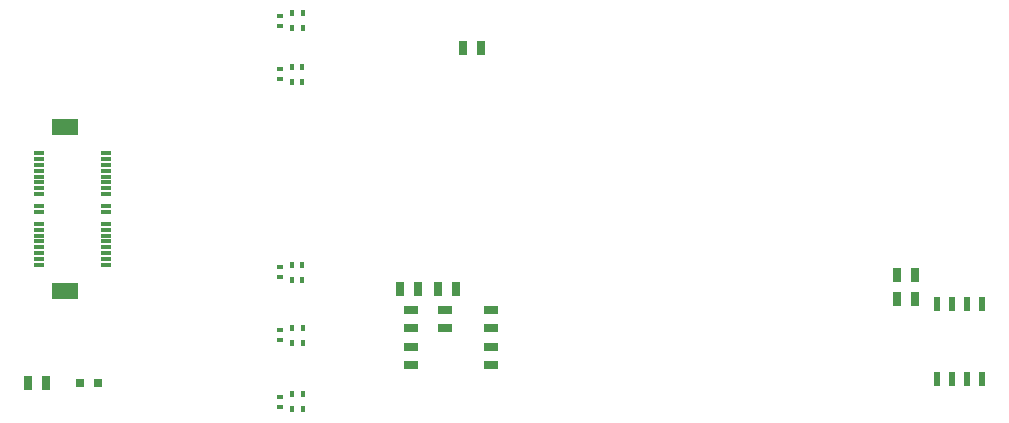
<source format=gtp>
G04 (created by PCBNEW (2013-jul-07)-stable) date Fri 08 Aug 2014 03:36:14 PM CDT*
%MOIN*%
G04 Gerber Fmt 3.4, Leading zero omitted, Abs format*
%FSLAX34Y34*%
G01*
G70*
G90*
G04 APERTURE LIST*
%ADD10C,0.00590551*%
%ADD11R,0.02X0.045*%
%ADD12R,0.0354331X0.011811*%
%ADD13R,0.0866142X0.0531496*%
%ADD14R,0.045X0.025*%
%ADD15R,0.025X0.045*%
%ADD16R,0.0157X0.0236*%
%ADD17R,0.0236X0.0157*%
%ADD18R,0.0314X0.0314*%
G04 APERTURE END LIST*
G54D10*
G54D11*
X54400Y-34650D03*
X54900Y-34650D03*
X55400Y-34650D03*
X55900Y-34650D03*
X55900Y-37150D03*
X55400Y-37150D03*
X54900Y-37150D03*
X54400Y-37150D03*
G54D12*
X26712Y-33366D03*
X24468Y-33366D03*
X26712Y-33169D03*
X24468Y-33169D03*
X26712Y-32972D03*
X24468Y-32972D03*
X26712Y-32775D03*
X24468Y-32775D03*
X26712Y-32578D03*
X24468Y-32578D03*
X26712Y-32381D03*
X24468Y-32381D03*
X26712Y-32185D03*
X24468Y-32185D03*
X26712Y-31988D03*
X24468Y-31988D03*
X26712Y-31594D03*
X24468Y-31594D03*
X26712Y-31397D03*
X24468Y-31397D03*
X26712Y-31003D03*
X24468Y-31003D03*
X26712Y-30807D03*
X24468Y-30807D03*
X26712Y-30610D03*
X24468Y-30610D03*
X26712Y-30413D03*
X24468Y-30413D03*
X26712Y-30216D03*
X24468Y-30216D03*
X26712Y-30019D03*
X24468Y-30019D03*
X26712Y-29822D03*
X24468Y-29822D03*
X26712Y-29625D03*
X24468Y-29625D03*
G54D13*
X25354Y-34224D03*
X25354Y-28769D03*
G54D14*
X38000Y-35450D03*
X38000Y-34850D03*
G54D15*
X38370Y-34173D03*
X37770Y-34173D03*
X53660Y-33690D03*
X53060Y-33690D03*
X53660Y-34490D03*
X53060Y-34490D03*
X36511Y-34173D03*
X37111Y-34173D03*
G54D14*
X39540Y-35450D03*
X39540Y-34850D03*
X36870Y-36080D03*
X36870Y-36680D03*
X39530Y-36080D03*
X39530Y-36680D03*
X36870Y-35460D03*
X36870Y-34860D03*
G54D15*
X24100Y-37290D03*
X24700Y-37290D03*
G54D16*
X33277Y-24975D03*
X32923Y-24975D03*
G54D17*
X32500Y-33423D03*
X32500Y-33777D03*
G54D16*
X33277Y-25475D03*
X32923Y-25475D03*
G54D17*
X32500Y-25048D03*
X32500Y-25402D03*
G54D16*
X33252Y-26750D03*
X32898Y-26750D03*
G54D17*
X32500Y-26823D03*
X32500Y-27177D03*
G54D16*
X33252Y-27250D03*
X32898Y-27250D03*
X33252Y-33350D03*
X32898Y-33350D03*
X33252Y-33850D03*
X32898Y-33850D03*
X33277Y-35450D03*
X32923Y-35450D03*
G54D17*
X32500Y-35523D03*
X32500Y-35877D03*
G54D16*
X33277Y-35950D03*
X32923Y-35950D03*
X33277Y-37675D03*
X32923Y-37675D03*
G54D17*
X32500Y-38102D03*
X32500Y-37748D03*
G54D16*
X33277Y-38175D03*
X32923Y-38175D03*
G54D18*
X25845Y-37290D03*
X26435Y-37290D03*
G54D15*
X38597Y-26141D03*
X39197Y-26141D03*
M02*

</source>
